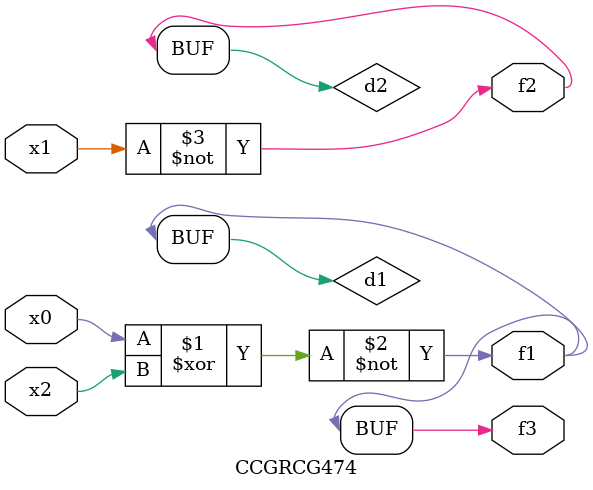
<source format=v>
module CCGRCG474(
	input x0, x1, x2,
	output f1, f2, f3
);

	wire d1, d2, d3;

	xnor (d1, x0, x2);
	nand (d2, x1);
	nor (d3, x1, x2);
	assign f1 = d1;
	assign f2 = d2;
	assign f3 = d1;
endmodule

</source>
